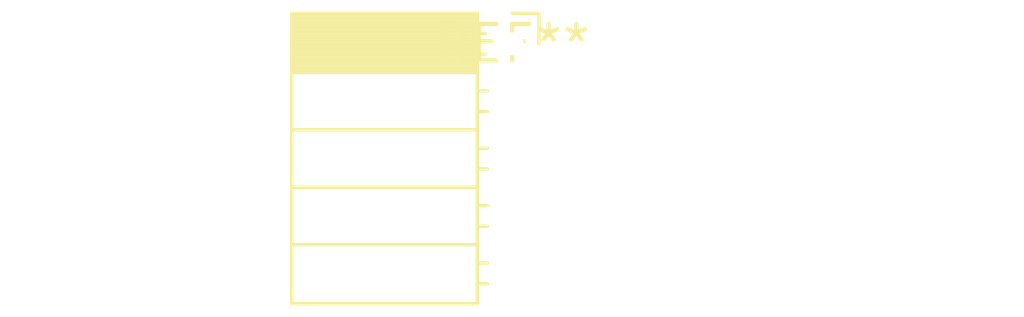
<source format=kicad_pcb>
(kicad_pcb (version 20240108) (generator pcbnew)
  (layers (0 "F.Cu" signal) (31 "B.Cu" signal) (34 "B.Paste" user) (35 "F.Paste" user) (36 "B.SilkS" user "B.Silkscreen") (37 "F.SilkS" user "F.Silkscreen") (38 "B.Mask" user) (39 "F.Mask" user) (44 "Edge.Cuts" user))
  (net 0 "")
  (footprint "PinSocket_1x05_P2.00mm_Horizontal" (layer "F.Cu") (at 0 0)
    (property "Reference" "REF**")
    (property "Value" "PinSocket_1x05_P2.00mm_Horizontal")
    (fp_line (start -7.68 -1.06) (end -7.68 9.06) (layer "F.SilkS") (stroke (width 0.12)))
    (fp_line (start -7.68 -1.06) (end -1.21 -1.06) (layer "F.SilkS") (stroke (width 0.12)))
    (fp_line (start -7.68 -0.94) (end -1.21 -0.94) (layer "F.SilkS") (stroke (width 0.12)))
    (fp_line (start -7.68 -0.825882) (end -1.21 -0.825882) (layer "F.SilkS") (stroke (width 0.12)))
    (fp_line (start -7.68 -0.711764) (end -1.21 -0.711764) (layer "F.SilkS") (stroke (width 0.12)))
    (fp_line (start -7.68 -0.597646) (end -1.21 -0.597646) (layer "F.SilkS") (stroke (width 0.12)))
    (fp_line (start -7.68 -0.483528) (end -1.21 -0.483528) (layer "F.SilkS") (stroke (width 0.12)))
    (fp_line (start -7.68 -0.36941) (end -1.21 -0.36941) (layer "F.SilkS") (stroke (width 0.12)))
    (fp_line (start -7.68 -0.255292) (end -1.21 -0.255292) (layer "F.SilkS") (stroke (width 0.12)))
    (fp_line (start -7.68 -0.141174) (end -1.21 -0.141174) (layer "F.SilkS") (stroke (width 0.12)))
    (fp_line (start -7.68 -0.027056) (end -1.21 -0.027056) (layer "F.SilkS") (stroke (width 0.12)))
    (fp_line (start -7.68 0.087062) (end -1.21 0.087062) (layer "F.SilkS") (stroke (width 0.12)))
    (fp_line (start -7.68 0.20118) (end -1.21 0.20118) (layer "F.SilkS") (stroke (width 0.12)))
    (fp_line (start -7.68 0.315298) (end -1.21 0.315298) (layer "F.SilkS") (stroke (width 0.12)))
    (fp_line (start -7.68 0.429416) (end -1.21 0.429416) (layer "F.SilkS") (stroke (width 0.12)))
    (fp_line (start -7.68 0.543534) (end -1.21 0.543534) (layer "F.SilkS") (stroke (width 0.12)))
    (fp_line (start -7.68 0.657652) (end -1.21 0.657652) (layer "F.SilkS") (stroke (width 0.12)))
    (fp_line (start -7.68 0.77177) (end -1.21 0.77177) (layer "F.SilkS") (stroke (width 0.12)))
    (fp_line (start -7.68 0.885888) (end -1.21 0.885888) (layer "F.SilkS") (stroke (width 0.12)))
    (fp_line (start -7.68 1) (end -1.21 1) (layer "F.SilkS") (stroke (width 0.12)))
    (fp_line (start -7.68 3) (end -1.21 3) (layer "F.SilkS") (stroke (width 0.12)))
    (fp_line (start -7.68 5) (end -1.21 5) (layer "F.SilkS") (stroke (width 0.12)))
    (fp_line (start -7.68 7) (end -1.21 7) (layer "F.SilkS") (stroke (width 0.12)))
    (fp_line (start -7.68 9.06) (end -1.21 9.06) (layer "F.SilkS") (stroke (width 0.12)))
    (fp_line (start -1.21 -1.06) (end -1.21 9.06) (layer "F.SilkS") (stroke (width 0.12)))
    (fp_line (start -1.21 -0.36) (end -0.935 -0.36) (layer "F.SilkS") (stroke (width 0.12)))
    (fp_line (start -1.21 0.36) (end -0.935 0.36) (layer "F.SilkS") (stroke (width 0.12)))
    (fp_line (start -1.21 1.64) (end -0.862917 1.64) (layer "F.SilkS") (stroke (width 0.12)))
    (fp_line (start -1.21 2.36) (end -0.862917 2.36) (layer "F.SilkS") (stroke (width 0.12)))
    (fp_line (start -1.21 3.64) (end -0.862917 3.64) (layer "F.SilkS") (stroke (width 0.12)))
    (fp_line (start -1.21 4.36) (end -0.862917 4.36) (layer "F.SilkS") (stroke (width 0.12)))
    (fp_line (start -1.21 5.64) (end -0.862917 5.64) (layer "F.SilkS") (stroke (width 0.12)))
    (fp_line (start -1.21 6.36) (end -0.862917 6.36) (layer "F.SilkS") (stroke (width 0.12)))
    (fp_line (start -1.21 7.64) (end -0.862917 7.64) (layer "F.SilkS") (stroke (width 0.12)))
    (fp_line (start -1.21 8.36) (end -0.862917 8.36) (layer "F.SilkS") (stroke (width 0.12)))
    (fp_line (start 0 -1.06) (end 0.935 -1.06) (layer "F.SilkS") (stroke (width 0.12)))
    (fp_line (start 0.935 -1.06) (end 0.935 0) (layer "F.SilkS") (stroke (width 0.12)))
    (pad "1" thru_hole rect (at 0 0) (size 1.35 1.35) (drill 0.8) (layers *.Cu *.Mask) (remove_unused_layers))
    (pad "2" thru_hole oval (at 0 2) (size 1.35 1.35) (drill 0.8) (layers *.Cu *.Mask) (remove_unused_layers))
    (pad "3" thru_hole oval (at 0 4) (size 1.35 1.35) (drill 0.8) (layers *.Cu *.Mask) (remove_unused_layers))
    (pad "4" thru_hole oval (at 0 6) (size 1.35 1.35) (drill 0.8) (layers *.Cu *.Mask) (remove_unused_layers))
    (pad "5" thru_hole oval (at 0 8) (size 1.35 1.35) (drill 0.8) (layers *.Cu *.Mask) (remove_unused_layers))
  )
)
</source>
